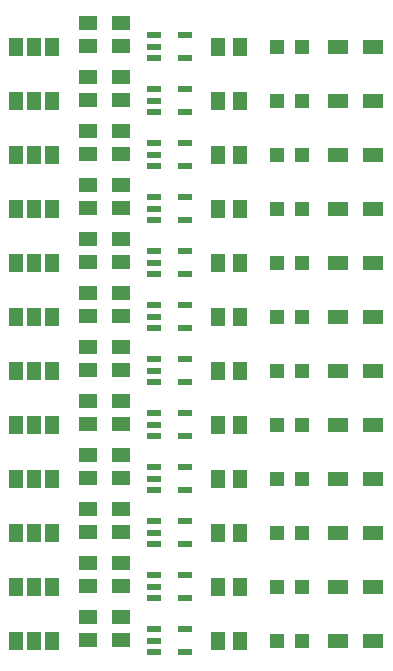
<source format=gbr>
G04 EAGLE Gerber RS-274X export*
G75*
%MOMM*%
%FSLAX34Y34*%
%LPD*%
%INSolderpaste Top*%
%IPPOS*%
%AMOC8*
5,1,8,0,0,1.08239X$1,22.5*%
G01*
%ADD10R,1.200000X1.200000*%
%ADD11R,1.800000X1.200000*%
%ADD12R,1.500000X1.300000*%
%ADD13R,1.300000X1.500000*%
%ADD14R,1.168400X1.600200*%
%ADD15R,1.200000X0.550000*%


D10*
X264500Y33020D03*
X243500Y33020D03*
D11*
X294890Y33020D03*
X324870Y33020D03*
D12*
X83820Y52680D03*
X83820Y33680D03*
D13*
X193700Y33020D03*
X212700Y33020D03*
D14*
X22860Y33020D03*
X38100Y33020D03*
X53340Y33020D03*
D15*
X139400Y42520D03*
X139400Y33020D03*
X139400Y23520D03*
X165400Y23520D03*
X165400Y42520D03*
D12*
X111760Y52680D03*
X111760Y33680D03*
D10*
X264500Y78740D03*
X243500Y78740D03*
D11*
X294890Y78740D03*
X324870Y78740D03*
D12*
X83820Y98400D03*
X83820Y79400D03*
D13*
X193700Y78740D03*
X212700Y78740D03*
D14*
X22860Y78740D03*
X38100Y78740D03*
X53340Y78740D03*
D15*
X139400Y88240D03*
X139400Y78740D03*
X139400Y69240D03*
X165400Y69240D03*
X165400Y88240D03*
D12*
X111760Y98400D03*
X111760Y79400D03*
D10*
X264500Y124460D03*
X243500Y124460D03*
D11*
X294890Y124460D03*
X324870Y124460D03*
D12*
X83820Y144120D03*
X83820Y125120D03*
D13*
X193700Y124460D03*
X212700Y124460D03*
D14*
X22860Y124460D03*
X38100Y124460D03*
X53340Y124460D03*
D15*
X139400Y133960D03*
X139400Y124460D03*
X139400Y114960D03*
X165400Y114960D03*
X165400Y133960D03*
D12*
X111760Y144120D03*
X111760Y125120D03*
D10*
X264500Y170180D03*
X243500Y170180D03*
D11*
X294890Y170180D03*
X324870Y170180D03*
D12*
X83820Y189840D03*
X83820Y170840D03*
D13*
X193700Y170180D03*
X212700Y170180D03*
D14*
X22860Y170180D03*
X38100Y170180D03*
X53340Y170180D03*
D15*
X139400Y179680D03*
X139400Y170180D03*
X139400Y160680D03*
X165400Y160680D03*
X165400Y179680D03*
D12*
X111760Y189840D03*
X111760Y170840D03*
D10*
X264500Y215900D03*
X243500Y215900D03*
D11*
X294890Y215900D03*
X324870Y215900D03*
D12*
X83820Y235560D03*
X83820Y216560D03*
D13*
X193700Y215900D03*
X212700Y215900D03*
D14*
X22860Y215900D03*
X38100Y215900D03*
X53340Y215900D03*
D15*
X139400Y225400D03*
X139400Y215900D03*
X139400Y206400D03*
X165400Y206400D03*
X165400Y225400D03*
D12*
X111760Y235560D03*
X111760Y216560D03*
D10*
X264500Y261620D03*
X243500Y261620D03*
D11*
X294890Y261620D03*
X324870Y261620D03*
D12*
X83820Y281280D03*
X83820Y262280D03*
D13*
X193700Y261620D03*
X212700Y261620D03*
D14*
X22860Y261620D03*
X38100Y261620D03*
X53340Y261620D03*
D15*
X139400Y271120D03*
X139400Y261620D03*
X139400Y252120D03*
X165400Y252120D03*
X165400Y271120D03*
D12*
X111760Y281280D03*
X111760Y262280D03*
D10*
X264500Y307340D03*
X243500Y307340D03*
D11*
X294890Y307340D03*
X324870Y307340D03*
D12*
X83820Y327000D03*
X83820Y308000D03*
D13*
X193700Y307340D03*
X212700Y307340D03*
D14*
X22860Y307340D03*
X38100Y307340D03*
X53340Y307340D03*
D15*
X139400Y316840D03*
X139400Y307340D03*
X139400Y297840D03*
X165400Y297840D03*
X165400Y316840D03*
D12*
X111760Y327000D03*
X111760Y308000D03*
D10*
X264500Y353060D03*
X243500Y353060D03*
D11*
X294890Y353060D03*
X324870Y353060D03*
D12*
X83820Y372720D03*
X83820Y353720D03*
D13*
X193700Y353060D03*
X212700Y353060D03*
D14*
X22860Y353060D03*
X38100Y353060D03*
X53340Y353060D03*
D15*
X139400Y362560D03*
X139400Y353060D03*
X139400Y343560D03*
X165400Y343560D03*
X165400Y362560D03*
D12*
X111760Y372720D03*
X111760Y353720D03*
D10*
X264500Y398780D03*
X243500Y398780D03*
D11*
X294890Y398780D03*
X324870Y398780D03*
D12*
X83820Y418440D03*
X83820Y399440D03*
D13*
X193700Y398780D03*
X212700Y398780D03*
D14*
X22860Y398780D03*
X38100Y398780D03*
X53340Y398780D03*
D15*
X139400Y408280D03*
X139400Y398780D03*
X139400Y389280D03*
X165400Y389280D03*
X165400Y408280D03*
D12*
X111760Y418440D03*
X111760Y399440D03*
D10*
X264500Y444500D03*
X243500Y444500D03*
D11*
X294890Y444500D03*
X324870Y444500D03*
D12*
X83820Y464160D03*
X83820Y445160D03*
D13*
X193700Y444500D03*
X212700Y444500D03*
D14*
X22860Y444500D03*
X38100Y444500D03*
X53340Y444500D03*
D15*
X139400Y454000D03*
X139400Y444500D03*
X139400Y435000D03*
X165400Y435000D03*
X165400Y454000D03*
D12*
X111760Y464160D03*
X111760Y445160D03*
D10*
X264500Y490220D03*
X243500Y490220D03*
D11*
X294890Y490220D03*
X324870Y490220D03*
D12*
X83820Y509880D03*
X83820Y490880D03*
D13*
X193700Y490220D03*
X212700Y490220D03*
D14*
X22860Y490220D03*
X38100Y490220D03*
X53340Y490220D03*
D15*
X139400Y499720D03*
X139400Y490220D03*
X139400Y480720D03*
X165400Y480720D03*
X165400Y499720D03*
D12*
X111760Y509880D03*
X111760Y490880D03*
D10*
X264500Y535940D03*
X243500Y535940D03*
D11*
X294890Y535940D03*
X324870Y535940D03*
D12*
X83820Y555600D03*
X83820Y536600D03*
D13*
X193700Y535940D03*
X212700Y535940D03*
D14*
X22860Y535940D03*
X38100Y535940D03*
X53340Y535940D03*
D15*
X139400Y545440D03*
X139400Y535940D03*
X139400Y526440D03*
X165400Y526440D03*
X165400Y545440D03*
D12*
X111760Y555600D03*
X111760Y536600D03*
M02*

</source>
